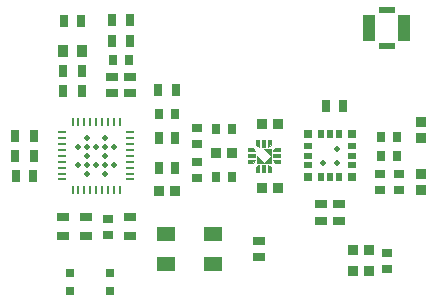
<source format=gbr>
%TF.GenerationSoftware,KiCad,Pcbnew,5.1.10-88a1d61d58~90~ubuntu20.04.1*%
%TF.CreationDate,2021-07-27T13:56:02-04:00*%
%TF.ProjectId,ta-comm-401,74612d63-6f6d-46d2-9d34-30312e6b6963,rev?*%
%TF.SameCoordinates,Original*%
%TF.FileFunction,Paste,Top*%
%TF.FilePolarity,Positive*%
%FSLAX46Y46*%
G04 Gerber Fmt 4.6, Leading zero omitted, Abs format (unit mm)*
G04 Created by KiCad (PCBNEW 5.1.10-88a1d61d58~90~ubuntu20.04.1) date 2021-07-27 13:56:02*
%MOMM*%
%LPD*%
G01*
G04 APERTURE LIST*
%ADD10C,0.500000*%
%ADD11C,0.025000*%
%ADD12R,0.780000X0.990000*%
%ADD13R,0.940000X0.800000*%
%ADD14R,0.830000X0.960000*%
%ADD15R,0.990000X0.780000*%
%ADD16R,0.800000X0.940000*%
%ADD17R,0.960000X0.830000*%
%ADD18R,0.950000X1.000000*%
%ADD19R,0.760000X0.260000*%
%ADD20R,0.260000X0.760000*%
%ADD21R,0.750000X0.750000*%
%ADD22R,0.750000X0.500000*%
%ADD23R,0.500000X0.750000*%
%ADD24R,1.400000X0.600000*%
%ADD25R,1.050000X2.200000*%
%ADD26R,0.800000X0.800000*%
%ADD27R,0.800000X1.000000*%
%ADD28R,1.000000X0.800000*%
%ADD29R,1.600000X1.300000*%
G04 APERTURE END LIST*
D10*
%TO.C,IC1*%
X142949000Y-109500000D02*
X142951000Y-109500000D01*
X142949000Y-108000000D02*
X142951000Y-108000000D01*
X141449000Y-109500000D02*
X141451000Y-109500000D01*
X141449000Y-108000000D02*
X141451000Y-108000000D01*
X143699000Y-108750000D02*
X143701000Y-108750000D01*
X142199000Y-108750000D02*
X142201000Y-108750000D01*
X142949000Y-108750000D02*
X142951000Y-108750000D01*
X141449000Y-108750000D02*
X141451000Y-108750000D01*
X140699000Y-108750000D02*
X140701000Y-108750000D01*
X142949000Y-106500000D02*
X142951000Y-106500000D01*
X141449000Y-106500000D02*
X141451000Y-106500000D01*
X143699000Y-107250000D02*
X143701000Y-107250000D01*
X142949000Y-107250000D02*
X142951000Y-107250000D01*
X142199000Y-107250000D02*
X142201000Y-107250000D01*
X141449000Y-107250000D02*
X141451000Y-107250000D01*
X140699000Y-107250000D02*
X140701000Y-107250000D01*
D11*
%TO.C,IC2*%
G36*
X155633000Y-107625000D02*
G01*
X155050000Y-107625000D01*
X155050000Y-107375000D01*
X155483000Y-107375000D01*
X155633000Y-107625000D01*
G37*
X155633000Y-107625000D02*
X155050000Y-107625000D01*
X155050000Y-107375000D01*
X155483000Y-107375000D01*
X155633000Y-107625000D01*
G36*
X155630000Y-107875000D02*
G01*
X155050000Y-107875000D01*
X155050000Y-108125000D01*
X155630000Y-108125000D01*
X155630000Y-107875000D01*
G37*
X155630000Y-107875000D02*
X155050000Y-107875000D01*
X155050000Y-108125000D01*
X155630000Y-108125000D01*
X155630000Y-107875000D01*
G36*
X155633000Y-108375000D02*
G01*
X155050000Y-108375000D01*
X155050000Y-108625000D01*
X155483000Y-108625000D01*
X155633000Y-108375000D01*
G37*
X155633000Y-108375000D02*
X155050000Y-108375000D01*
X155050000Y-108625000D01*
X155483000Y-108625000D01*
X155633000Y-108375000D01*
G36*
X156025000Y-107233000D02*
G01*
X156025000Y-106650000D01*
X155775000Y-106650000D01*
X155775000Y-107083000D01*
X156025000Y-107233000D01*
G37*
X156025000Y-107233000D02*
X156025000Y-106650000D01*
X155775000Y-106650000D01*
X155775000Y-107083000D01*
X156025000Y-107233000D01*
G36*
X156525000Y-107230000D02*
G01*
X156525000Y-106650000D01*
X156275000Y-106650000D01*
X156275000Y-107230000D01*
X156525000Y-107230000D01*
G37*
X156525000Y-107230000D02*
X156525000Y-106650000D01*
X156275000Y-106650000D01*
X156275000Y-107230000D01*
X156525000Y-107230000D01*
G36*
X156775000Y-107233000D02*
G01*
X156775000Y-106650000D01*
X157025000Y-106650000D01*
X157025000Y-107083000D01*
X156775000Y-107233000D01*
G37*
X156775000Y-107233000D02*
X156775000Y-106650000D01*
X157025000Y-106650000D01*
X157025000Y-107083000D01*
X156775000Y-107233000D01*
G36*
X156025000Y-108775000D02*
G01*
X156025000Y-109358000D01*
X155775000Y-109358000D01*
X155775000Y-108925000D01*
X156025000Y-108775000D01*
G37*
X156025000Y-108775000D02*
X156025000Y-109358000D01*
X155775000Y-109358000D01*
X155775000Y-108925000D01*
X156025000Y-108775000D01*
G36*
X156525000Y-109355000D02*
G01*
X156525000Y-108775000D01*
X156275000Y-108775000D01*
X156275000Y-109355000D01*
X156525000Y-109355000D01*
G37*
X156525000Y-109355000D02*
X156525000Y-108775000D01*
X156275000Y-108775000D01*
X156275000Y-109355000D01*
X156525000Y-109355000D01*
G36*
X156775000Y-108775000D02*
G01*
X156775000Y-109358000D01*
X157025000Y-109358000D01*
X157025000Y-108925000D01*
X156775000Y-108775000D01*
G37*
X156775000Y-108775000D02*
X156775000Y-109358000D01*
X157025000Y-109358000D01*
X157025000Y-108925000D01*
X156775000Y-108775000D01*
G36*
X157167000Y-107625000D02*
G01*
X157750000Y-107625000D01*
X157750000Y-107375000D01*
X157317000Y-107375000D01*
X157167000Y-107625000D01*
G37*
X157167000Y-107625000D02*
X157750000Y-107625000D01*
X157750000Y-107375000D01*
X157317000Y-107375000D01*
X157167000Y-107625000D01*
G36*
X157750000Y-107875000D02*
G01*
X157170000Y-107875000D01*
X157170000Y-108125000D01*
X157750000Y-108125000D01*
X157750000Y-107875000D01*
G37*
X157750000Y-107875000D02*
X157170000Y-107875000D01*
X157170000Y-108125000D01*
X157750000Y-108125000D01*
X157750000Y-107875000D01*
G36*
X157167000Y-108375000D02*
G01*
X157750000Y-108375000D01*
X157750000Y-108625000D01*
X157317000Y-108625000D01*
X157167000Y-108375000D01*
G37*
X157167000Y-108375000D02*
X157750000Y-108375000D01*
X157750000Y-108625000D01*
X157317000Y-108625000D01*
X157167000Y-108375000D01*
G36*
X156375000Y-108575000D02*
G01*
X155825000Y-108575000D01*
X155825000Y-108025000D01*
X156375000Y-108575000D01*
G37*
X156375000Y-108575000D02*
X155825000Y-108575000D01*
X155825000Y-108025000D01*
X156375000Y-108575000D01*
G36*
X156975000Y-108025000D02*
G01*
X156975000Y-108575000D01*
X156425000Y-108575000D01*
X156975000Y-108025000D01*
G37*
X156975000Y-108025000D02*
X156975000Y-108575000D01*
X156425000Y-108575000D01*
X156975000Y-108025000D01*
G36*
X156425000Y-107425000D02*
G01*
X156975000Y-107425000D01*
X156975000Y-107975000D01*
X156425000Y-107425000D01*
G37*
X156425000Y-107425000D02*
X156975000Y-107425000D01*
X156975000Y-107975000D01*
X156425000Y-107425000D01*
D10*
%TO.C,IC3*%
X162599000Y-108600000D02*
X162601000Y-108600000D01*
X161399000Y-108600000D02*
X161400000Y-108596900D01*
X162599000Y-107400000D02*
X162601000Y-107400000D01*
%TD*%
D12*
%TO.C,C17*%
X163100000Y-103800000D03*
X161700000Y-103800000D03*
%TD*%
D13*
%TO.C,C21*%
X166200000Y-109530000D03*
X166200000Y-110870000D03*
%TD*%
D14*
%TO.C,C13*%
X152320000Y-107750000D03*
X153680000Y-107750000D03*
%TD*%
D12*
%TO.C,C2*%
X140900000Y-96570000D03*
X139500000Y-96570000D03*
%TD*%
D15*
%TO.C,C14*%
X156000000Y-116600000D03*
X156000000Y-115200000D03*
%TD*%
D14*
%TO.C,C10*%
X148880000Y-111000000D03*
X147520000Y-111000000D03*
%TD*%
D16*
%TO.C,C12*%
X152330000Y-109800000D03*
X153670000Y-109800000D03*
%TD*%
D13*
%TO.C,C11*%
X150700000Y-106970000D03*
X150700000Y-105630000D03*
%TD*%
D12*
%TO.C,C8*%
X147500000Y-106500000D03*
X148900000Y-106500000D03*
%TD*%
D13*
%TO.C,C6*%
X143200000Y-113330000D03*
X143200000Y-114670000D03*
%TD*%
D15*
%TO.C,C4*%
X143500000Y-102700000D03*
X143500000Y-101300000D03*
%TD*%
D16*
%TO.C,C3*%
X143630000Y-99900000D03*
X144970000Y-99900000D03*
%TD*%
D12*
%TO.C,C1*%
X136840000Y-109700000D03*
X135440000Y-109700000D03*
%TD*%
D15*
%TO.C,C5*%
X145100000Y-102700000D03*
X145100000Y-101300000D03*
%TD*%
D16*
%TO.C,C7*%
X147530000Y-104500000D03*
X148870000Y-104500000D03*
%TD*%
D12*
%TO.C,C9*%
X147500000Y-109000000D03*
X148900000Y-109000000D03*
%TD*%
D14*
%TO.C,C15*%
X156220000Y-105300000D03*
X157580000Y-105300000D03*
%TD*%
%TO.C,C16*%
X156220000Y-110700000D03*
X157580000Y-110700000D03*
%TD*%
D15*
%TO.C,C19*%
X162800000Y-112100000D03*
X162800000Y-113500000D03*
%TD*%
%TO.C,C18*%
X161200000Y-112100000D03*
X161200000Y-113500000D03*
%TD*%
D16*
%TO.C,C20*%
X166330000Y-106400000D03*
X167670000Y-106400000D03*
%TD*%
D13*
%TO.C,C22*%
X167800000Y-109530000D03*
X167800000Y-110870000D03*
%TD*%
D17*
%TO.C,C23*%
X169700000Y-106480000D03*
X169700000Y-105120000D03*
%TD*%
%TO.C,C24*%
X169700000Y-109520000D03*
X169700000Y-110880000D03*
%TD*%
D14*
%TO.C,C25*%
X165280000Y-116000000D03*
X163920000Y-116000000D03*
%TD*%
%TO.C,C26*%
X165280000Y-117780000D03*
X163920000Y-117780000D03*
%TD*%
D18*
%TO.C,FB1*%
X139400000Y-99110000D03*
X141000000Y-99110000D03*
%TD*%
D19*
%TO.C,IC1*%
X139300000Y-106000000D03*
X139300000Y-106500000D03*
X139300000Y-107000000D03*
X139300000Y-107500000D03*
X139300000Y-108000000D03*
X139300000Y-108500000D03*
X139300000Y-109000000D03*
X139300000Y-109500000D03*
X139300000Y-110000000D03*
D20*
X140200000Y-110900000D03*
X140700000Y-110900000D03*
X141200000Y-110900000D03*
X141700000Y-110900000D03*
X142200000Y-110900000D03*
X142700000Y-110900000D03*
X143200000Y-110900000D03*
X143700000Y-110900000D03*
X144200000Y-110900000D03*
D19*
X145100000Y-110000000D03*
X145100000Y-109500000D03*
X145100000Y-109000000D03*
X145100000Y-108500000D03*
X145100000Y-108000000D03*
X145100000Y-107500000D03*
X145100000Y-107000000D03*
X145100000Y-106500000D03*
X145100000Y-106000000D03*
D20*
X144200000Y-105100000D03*
X143700000Y-105100000D03*
X143200000Y-105100000D03*
X142700000Y-105100000D03*
X142200000Y-105100000D03*
X141700000Y-105100000D03*
X141200000Y-105100000D03*
X140700000Y-105100000D03*
X140200000Y-105100000D03*
%TD*%
D21*
%TO.C,IC3*%
X160175000Y-106175000D03*
D22*
X160175000Y-107200000D03*
X160175000Y-108000000D03*
X160175000Y-108800000D03*
D21*
X160175000Y-109825000D03*
D23*
X161200000Y-109825000D03*
X162000000Y-109825000D03*
X162800000Y-109825000D03*
D21*
X163825000Y-109825000D03*
D22*
X163825000Y-108800000D03*
X163825000Y-108000000D03*
X163825000Y-107200000D03*
D21*
X163825000Y-106175000D03*
D23*
X162800000Y-106175000D03*
X162000000Y-106175000D03*
X161200000Y-106175000D03*
%TD*%
D24*
%TO.C,J8*%
X166800000Y-98725000D03*
D25*
X168275000Y-97200000D03*
D24*
X166800000Y-95675000D03*
D25*
X165325000Y-97200000D03*
%TD*%
D13*
%TO.C,L1*%
X150700000Y-108530000D03*
X150700000Y-109870000D03*
%TD*%
D16*
%TO.C,L2*%
X152330000Y-105700000D03*
X153670000Y-105700000D03*
%TD*%
%TO.C,L3*%
X166330000Y-108000000D03*
X167670000Y-108000000D03*
%TD*%
D13*
%TO.C,L4*%
X166800000Y-116220000D03*
X166800000Y-117560000D03*
%TD*%
D26*
%TO.C,LED1*%
X140000000Y-119450000D03*
X140000000Y-117950000D03*
%TD*%
%TO.C,LED2*%
X143400000Y-119450000D03*
X143400000Y-117950000D03*
%TD*%
D27*
%TO.C,R1*%
X136940000Y-106300000D03*
X135340000Y-106300000D03*
%TD*%
%TO.C,R2*%
X136940000Y-108000000D03*
X135340000Y-108000000D03*
%TD*%
D28*
%TO.C,R5*%
X139400000Y-113200000D03*
X139400000Y-114800000D03*
%TD*%
%TO.C,R6*%
X141300000Y-113200000D03*
X141300000Y-114800000D03*
%TD*%
D27*
%TO.C,R3*%
X141000000Y-100800000D03*
X139400000Y-100800000D03*
%TD*%
%TO.C,R4*%
X141000000Y-102500000D03*
X139400000Y-102500000D03*
%TD*%
%TO.C,R8*%
X145100000Y-98300000D03*
X143500000Y-98300000D03*
%TD*%
D28*
%TO.C,R9*%
X145100000Y-113200000D03*
X145100000Y-114800000D03*
%TD*%
D27*
%TO.C,R10*%
X147400000Y-102400000D03*
X149000000Y-102400000D03*
%TD*%
%TO.C,R7*%
X143500000Y-96500000D03*
X145100000Y-96500000D03*
%TD*%
D29*
%TO.C,Y1*%
X152100000Y-114650000D03*
X148100000Y-114650000D03*
X148100000Y-117150000D03*
X152100000Y-117150000D03*
%TD*%
M02*

</source>
